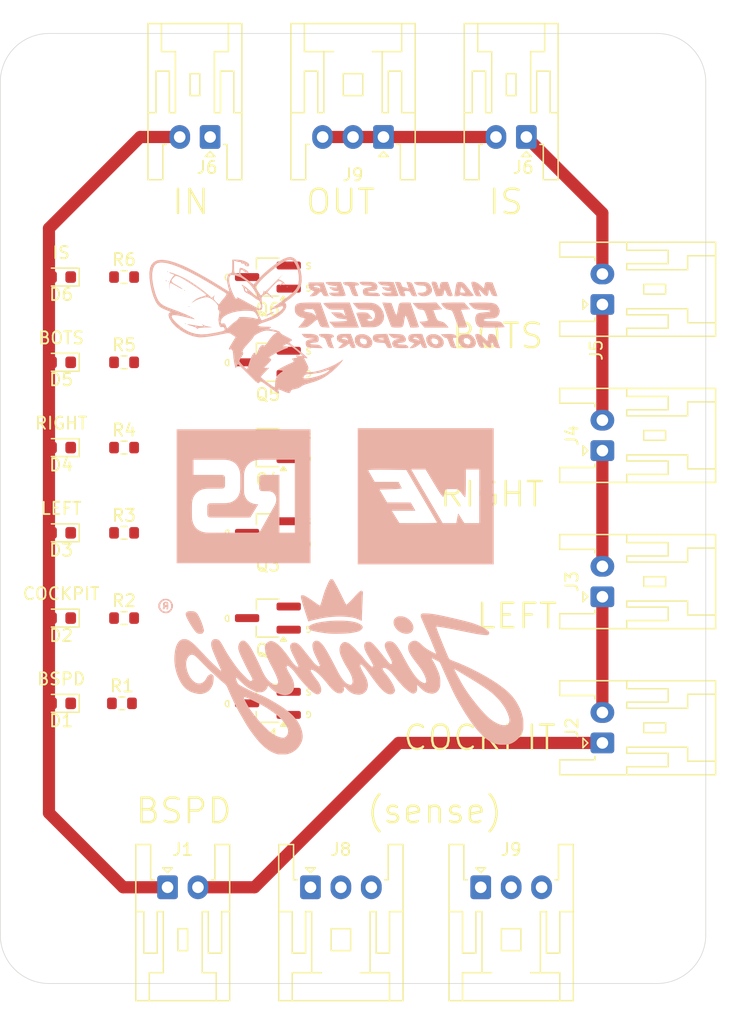
<source format=kicad_pcb>
(kicad_pcb (version 20241229) (generator "pcbnew") (generator_version "9.0")
  (layers (0 "F.Cu" signal) (2 "B.Cu" signal) (13 "F.Paste" user) (15 "B.Paste" user) (5 "F.SilkS" user "F.Silkscreen") (7 "B.SilkS" user "B.Silkscreen") (1 "F.Mask" user) (3 "B.Mask" user) (25 "Edge.Cuts" user))
  (net 0 "")
  (net 1 "LVMS")
  (net 2 "Net-(D2-K)")
  (net 3 "Net-(D3-K)")
  (net 4 "Net-(D4-K)")
  (net 5 "Net-(D5-K)")
  (net 6 "Net-(D6-K)")
  (net 7 "Net-(D7-K)")
  (net 8 "BSPD_OK")
  (net 9 "CK_OK")
  (net 10 "L_OK")
  (net 11 "R_OK")
  (net 12 "BOTS_OK")
  (net 13 "IS_OK")
  (net 14 "GND")
  (net 15 "Net-(Q2-D)")
  (net 16 "Net-(Q3-D)")
  (net 17 "Net-(Q4-D)")
  (net 18 "Net-(Q5-D)")
  (net 19 "Net-(Q6-D)")
  (net 20 "Net-(Q7-D)")
  (footprint "Resistor_SMD:R_0603_1608Metric" (layer "F.Cu") (at 197.175 90)
    (property "Reference" "R5" (at 0 -1.43 0) (layer "F.SilkS"))
    (property "Value" "1k")
    (pad "1" smd roundrect (at -0.825 0) (size 0.8 0.95) (layers "F.Cu" "F.Mask" "F.Paste") (net 6 "Net-(D6-K)"))
    (pad "2" smd roundrect (at 0.825 0) (size 0.8 0.95) (layers "F.Cu" "F.Mask" "F.Paste") (net 19 "Net-(Q6-D)"))
  )
  (footprint "LED_SMD:LED_0603_1608Metric" (layer "F.Cu") (at 192 118 180)
    (property "Reference" "D1" (at 0 -1.43 0) (layer "F.SilkS"))
    (property "Value" "LED" (hide yes))
    (pad "1" smd roundrect (at -0.7875 0 180) (size 0.875 0.95) (layers "F.Cu" "F.Mask" "F.Paste") (net 2 "Net-(D2-K)"))
    (pad "2" smd roundrect (at 0.7875 0 180) (size 0.875 0.95) (layers "F.Cu" "F.Mask" "F.Paste") (net 1 "LVMS"))
  )
  (footprint "LED_SMD:LED_0603_1608Metric" (layer "F.Cu") (at 192 97 180)
    (property "Reference" "D4" (at 0 -1.43 0) (layer "F.SilkS"))
    (property "Value" "LED" (hide yes))
    (pad "1" smd roundrect (at -0.7875 0 180) (size 0.875 0.95) (layers "F.Cu" "F.Mask" "F.Paste") (net 5 "Net-(D5-K)"))
    (pad "2" smd roundrect (at 0.7875 0 180) (size 0.875 0.95) (layers "F.Cu" "F.Mask" "F.Paste") (net 1 "LVMS"))
  )
  (footprint "Resistor_SMD:R_0603_1608Metric" (layer "F.Cu") (at 197 118)
    (property "Reference" "R1" (at 0 -1.43 0) (layer "F.SilkS"))
    (property "Value" "1k")
    (pad "1" smd roundrect (at -0.825 0) (size 0.8 0.95) (layers "F.Cu" "F.Mask" "F.Paste") (net 2 "Net-(D2-K)"))
    (pad "2" smd roundrect (at 0.825 0) (size 0.8 0.95) (layers "F.Cu" "F.Mask" "F.Paste") (net 15 "Net-(Q2-D)"))
  )
  (footprint "Connector_JST:JST_XA_S02B-XASK-1_1x02_P2.50mm_Horizontal" (layer "F.Cu") (at 204.25 71.5 180)
    (property "Reference" "J6" (at 0.25 -2.5 0) (layer "F.SilkS"))
    (property "Value" "JST-XA")
    (pad "" np_thru_hole oval (at 1.25 6.5 180) (size 2.8 2) (drill oval 2.8 2) (layers "*.Cu" "*.Mask"))
    (pad "1" thru_hole roundrect (at 0 0 180) (size 1.7 1.95) (drill 0.95) (layers "*.Cu" "*.Mask") (roundrect_rratio 0.147059) (net 14 "GND"))
    (pad "2" thru_hole oval (at 2.5 0 180) (size 1.7 1.95) (drill 0.95) (layers "*.Cu" "*.Mask") (net 1 "LVMS"))
  )
  (footprint "Connector_JST:JST_XA_S02B-XASK-1_1x02_P2.50mm_Horizontal" (layer "F.Cu") (at 236.5 85.25 90)
    (property "Reference" "J5" (at -3.75 -0.5 90) (layer "F.SilkS"))
    (property "Value" "JST-XA")
    (pad "" np_thru_hole oval (at 1.25 6.5 90) (size 2.8 2) (drill oval 2.8 2) (layers "*.Cu" "*.Mask"))
    (pad "1" thru_hole roundrect (at 0 0 90) (size 1.7 1.95) (drill 0.95) (layers "*.Cu" "*.Mask") (roundrect_rratio 0.147059) (net 11 "R_OK"))
    (pad "2" thru_hole oval (at 2.5 0 90) (size 1.7 1.95) (drill 0.95) (layers "*.Cu" "*.Mask") (net 12 "BOTS_OK"))
  )
  (footprint "Connector_JST:JST_XA_S03B-XASK-1_1x03_P2.50mm_Horizontal" (layer "F.Cu") (at 218.5 71.5 180)
    (property "Reference" "J9" (at 2.5 -3.1 0) (layer "F.SilkS"))
    (property "Value" "Conn_01x03")
    (pad "" np_thru_hole oval (at 2.5 6.5 180) (size 2.8 2) (drill oval 2.8 2) (layers "*.Cu" "*.Mask"))
    (pad "1" thru_hole roundrect (at 0 0 180) (size 1.7 1.95) (drill 0.95) (layers "*.Cu" "*.Mask") (roundrect_rratio 0.147059) (net 13 "IS_OK"))
    (pad "2" thru_hole oval (at 2.5 0 180) (size 1.7 1.95) (drill 0.95) (layers "*.Cu" "*.Mask") (net 13 "IS_OK"))
    (pad "3" thru_hole oval (at 5 0 180) (size 1.7 1.95) (drill 0.95) (layers "*.Cu" "*.Mask") (net 13 "IS_OK"))
  )
  (footprint "LED_SMD:LED_0603_1608Metric" (layer "F.Cu") (at 192 104 180)
    (property "Reference" "D3" (at 0 -1.43 0) (layer "F.SilkS"))
    (property "Value" "LED" (hide yes))
    (pad "1" smd roundrect (at -0.7875 0 180) (size 0.875 0.95) (layers "F.Cu" "F.Mask" "F.Paste") (net 4 "Net-(D4-K)"))
    (pad "2" smd roundrect (at 0.7875 0 180) (size 0.875 0.95) (layers "F.Cu" "F.Mask" "F.Paste") (net 1 "LVMS"))
  )
  (footprint "Custom_MSM:MOSFET_Single_SOT-23" (layer "F.Cu") (at 209 111 180)
    (property "Reference" "Q2" (at 0 -2.65 0) (layer "F.SilkS"))
    (property "Value" "BSS205N")
    (fp_text user "S" (at -3.35 0.95 180) (layer "F.SilkS") (effects (font (size 0.5 0.5) (thickness 0.1) (bold yes))))
    (fp_text user "G" (at -3.35 -0.9 180) (layer "F.SilkS") (effects (font (size 0.5 0.5) (thickness 0.1) (bold yes))))
    (fp_text user "D" (at 3.35 0 180) (layer "F.SilkS") (effects (font (size 0.5 0.5) (thickness 0.1) (bold yes))))
    (pad "1" smd roundrect (at -1.71 -0.95 180) (size 2 0.65) (layers "F.Cu" "F.Mask" "F.Paste") (net 9 "CK_OK"))
    (pad "2" smd roundrect (at -1.71 0.95 180) (size 2 0.65) (layers "F.Cu" "F.Mask" "F.Paste") (net 14 "GND"))
    (pad "3" smd roundrect (at 1.71 0 180) (size 2 0.65) (layers "F.Cu" "F.Mask" "F.Paste") (net 16 "Net-(Q3-D)"))
  )
  (footprint "Resistor_SMD:R_0603_1608Metric" (layer "F.Cu") (at 197.175 97)
    (property "Reference" "R4" (at 0 -1.43 0) (layer "F.SilkS"))
    (property "Value" "1k")
    (pad "1" smd roundrect (at -0.825 0) (size 0.8 0.95) (layers "F.Cu" "F.Mask" "F.Paste") (net 5 "Net-(D5-K)"))
    (pad "2" smd roundrect (at 0.825 0) (size 0.8 0.95) (layers "F.Cu" "F.Mask" "F.Paste") (net 18 "Net-(Q5-D)"))
  )
  (footprint "Connector_JST:JST_XA_S02B-XASK-1_1x02_P2.50mm_Horizontal" (layer "F.Cu") (at 236.5 97.25 90)
    (property "Reference" "J4" (at 1.25 -2.5 90) (layer "F.SilkS"))
    (property "Value" "JST-XA")
    (pad "" np_thru_hole oval (at 1.25 6.5 90) (size 2.8 2) (drill oval 2.8 2) (layers "*.Cu" "*.Mask"))
    (pad "1" thru_hole roundrect (at 0 0 90) (size 1.7 1.95) (drill 0.95) (layers "*.Cu" "*.Mask") (roundrect_rratio 0.147059) (net 10 "L_OK"))
    (pad "2" thru_hole oval (at 2.5 0 90) (size 1.7 1.95) (drill 0.95) (layers "*.Cu" "*.Mask") (net 11 "R_OK"))
  )
  (footprint "Custom_MSM:MOSFET_Single_SOT-23" (layer "F.Cu") (at 209 90 180)
    (property "Reference" "Q5" (at 0 -2.65 0) (layer "F.SilkS"))
    (property "Value" "BSS205N")
    (fp_text user "G" (at -3.35 -0.9 180) (layer "F.SilkS") (effects (font (size 0.5 0.5) (thickness 0.1) (bold yes))))
    (fp_text user "S" (at -3.35 0.95 180) (layer "F.SilkS") (effects (font (size 0.5 0.5) (thickness 0.1) (bold yes))))
    (fp_text user "D" (at 3.35 0 180) (layer "F.SilkS") (effects (font (size 0.5 0.5) (thickness 0.1) (bold yes))))
    (pad "1" smd roundrect (at -1.71 -0.95 180) (size 2 0.65) (layers "F.Cu" "F.Mask" "F.Paste") (net 12 "BOTS_OK"))
    (pad "2" smd roundrect (at -1.71 0.95 180) (size 2 0.65) (layers "F.Cu" "F.Mask" "F.Paste") (net 14 "GND"))
    (pad "3" smd roundrect (at 1.71 0 180) (size 2 0.65) (layers "F.Cu" "F.Mask" "F.Paste") (net 19 "Net-(Q6-D)"))
  )
  (footprint "Connector_JST:JST_XA_S02B-XASK-1_1x02_P2.50mm_Horizontal" (layer "F.Cu") (at 236.5 121.25 90)
    (property "Reference" "J2" (at 1.25 -2.5 90) (layer "F.SilkS"))
    (property "Value" "JST-XA")
    (pad "" np_thru_hole oval (at 1.25 6.5 90) (size 2.8 2) (drill oval 2.8 2) (layers "*.Cu" "*.Mask"))
    (pad "1" thru_hole roundrect (at 0 0 90) (size 1.7 1.95) (drill 0.95) (layers "*.Cu" "*.Mask") (roundrect_rratio 0.147059) (net 8 "BSPD_OK"))
    (pad "2" thru_hole oval (at 2.5 0 90) (size 1.7 1.95) (drill 0.95) (layers "*.Cu" "*.Mask") (net 9 "CK_OK"))
  )
  (footprint "LED_SMD:LED_0603_1608Metric" (layer "F.Cu") (at 192 83 180)
    (property "Reference" "D6" (at 0 -1.43 0) (layer "F.SilkS"))
    (property "Value" "LED" (hide yes))
    (pad "1" smd roundrect (at -0.7875 0 180) (size 0.875 0.95) (layers "F.Cu" "F.Mask" "F.Paste") (net 7 "Net-(D7-K)"))
    (pad "2" smd roundrect (at 0.7875 0 180) (size 0.875 0.95) (layers "F.Cu" "F.Mask" "F.Paste") (net 1 "LVMS"))
  )
  (footprint "Custom_MSM:MOSFET_Single_SOT-23" (layer "F.Cu") (at 209 104 180)
    (property "Reference" "Q3" (at 0 -2.65 0) (layer "F.SilkS"))
    (property "Value" "BSS205N")
    (fp_text user "S" (at -3.35 0.95 180) (layer "F.SilkS") (effects (font (size 0.5 0.5) (thickness 0.1) (bold yes))))
    (fp_text user "G" (at -3.35 -0.9 180) (layer "F.SilkS") (effects (font (size 0.5 0.5) (thickness 0.1) (bold yes))))
    (fp_text user "D" (at 3.35 0 180) (layer "F.SilkS") (effects (font (size 0.5 0.5) (thickness 0.1) (bold yes))))
    (pad "1" smd roundrect (at -1.71 -0.95 180) (size 2 0.65) (layers "F.Cu" "F.Mask" "F.Paste") (net 10 "L_OK"))
    (pad "2" smd roundrect (at -1.71 0.95 180) (size 2 0.65) (layers "F.Cu" "F.Mask" "F.Paste") (net 14 "GND"))
    (pad "3" smd roundrect (at 1.71 0 180) (size 2 0.65) (layers "F.Cu" "F.Mask" "F.Paste") (net 17 "Net-(Q4-D)"))
  )
  (footprint "Custom_MSM:MOSFET_Single_SOT-23" (layer "F.Cu") (at 209 97 180)
    (property "Reference" "Q4" (at 0 -2.65 0) (layer "F.SilkS"))
    (property "Value" "BSS205N")
    (fp_text user "G" (at -3.35 -0.9 180) (layer "F.SilkS") (effects (font (size 0.5 0.5) (thickness 0.1) (bold yes))))
    (fp_text user "S" (at -3.35 0.95 180) (layer "F.SilkS") (effects (font (size 0.5 0.5) (thickness 0.1) (bold yes))))
    (fp_text user "D" (at 3.35 0 180) (layer "F.SilkS") (effects (font (size 0.5 0.5) (thickness 0.1) (bold yes))))
    (pad "1" smd roundrect (at -1.71 -0.95 180) (size 2 0.65) (layers "F.Cu" "F.Mask" "F.Paste") (net 11 "R_OK"))
    (pad "2" smd roundrect (at -1.71 0.95 180) (size 2 0.65) (layers "F.Cu" "F.Mask" "F.Paste") (net 14 "GND"))
    (pad "3" smd roundrect (at 1.71 0 180) (size 2 0.65) (layers "F.Cu" "F.Mask" "F.Paste") (net 18 "Net-(Q5-D)"))
  )
  (footprint "LED_SMD:LED_0603_1608Metric" (layer "F.Cu") (at 192 111 180)
    (property "Reference" "D2" (at 0 -1.43 0) (layer "F.SilkS"))
    (property "Value" "LED" (hide yes))
    (pad "1" smd roundrect (at -0.7875 0 180) (size 0.875 0.95) (layers "F.Cu" "F.Mask" "F.Paste") (net 3 "Net-(D3-K)"))
    (pad "2" smd roundrect (at 0.7875 0 180) (size 0.875 0.95) (layers "F.Cu" "F.Mask" "F.Paste") (net 1 "LVMS"))
  )
  (footprint "Connector_JST:JST_XA_S03B-XASK-1_1x03_P2.50mm_Horizontal" (layer "F.Cu") (at 226.5 133.1)
    (property "Reference" "J9" (at 2.5 -3.1 0) (layer "F.SilkS"))
    (property "Value" "Conn_01x03")
    (pad "" np_thru_hole oval (at 2.5 6.5) (size 2.8 2) (drill oval 2.8 2) (layers "*.Cu" "*.Mask"))
    (pad "1" thru_hole roundrect (at 0 0) (size 1.7 1.95) (drill 0.95) (layers "*.Cu" "*.Mask") (roundrect_rratio 0.147059) (net 11 "R_OK"))
    (pad "2" thru_hole oval (at 2.5 0) (size 1.7 1.95) (drill 0.95) (layers "*.Cu" "*.Mask") (net 12 "BOTS_OK"))
    (pad "3" thru_hole oval (at 5 0) (size 1.7 1.95) (drill 0.95) (layers "*.Cu" "*.Mask") (net 13 "IS_OK"))
  )
  (footprint "Connector_JST:JST_XA_S02B-XASK-1_1x02_P2.50mm_Horizontal" (layer "F.Cu") (at 200.75 133.1)
    (property "Reference" "J1" (at 1.25 -3.1 0) (layer "F.SilkS"))
    (property "Value" "JST-XA")
    (pad "" np_thru_hole oval (at 1.25 6.5) (size 2.8 2) (drill oval 2.8 2) (layers "*.Cu" "*.Mask"))
    (pad "1" thru_hole roundrect (at 0 0) (size 1.7 1.95) (drill 0.95) (layers "*.Cu" "*.Mask") (roundrect_rratio 0.147059) (net 1 "LVMS"))
    (pad "2" thru_hole oval (at 2.5 0) (size 1.7 1.95) (drill 0.95) (layers "*.Cu" "*.Mask") (net 8 "BSPD_OK"))
  )
  (footprint "Resistor_SMD:R_0603_1608Metric" (layer "F.Cu") (at 197.175 104)
    (property "Reference" "R3" (at 0 -1.43 0) (layer "F.SilkS"))
    (property "Value" "1k")
    (pad "1" smd roundrect (at -0.825 0) (size 0.8 0.95) (layers "F.Cu" "F.Mask" "F.Paste") (net 4 "Net-(D4-K)"))
    (pad "2" smd roundrect (at 0.825 0) (size 0.8 0.95) (layers "F.Cu" "F.Mask" "F.Paste") (net 17 "Net-(Q4-D)"))
  )
  (footprint "LED_SMD:LED_0603_1608Metric" (layer "F.Cu") (at 192 90 180)
    (property "Reference" "D5" (at 0 -1.43 0) (layer "F.SilkS"))
    (property "Value" "LED" (hide yes))
    (pad "1" smd roundrect (at -0.7875 0 180) (size 0.875 0.95) (layers "F.Cu" "F.Mask" "F.Paste") (net 6 "Net-(D6-K)"))
    (pad "2" smd roundrect (at 0.7875 0 180) (size 0.875 0.95) (layers "F.Cu" "F.Mask" "F.Paste") (net 1 "LVMS"))
  )
  (footprint "Resistor_SMD:R_0603_1608Metric" (layer "F.Cu") (at 197.175 83)
    (property "Reference" "R6" (at 0 -1.43 0) (layer "F.SilkS"))
    (property "Value" "1k")
    (pad "1" smd roundrect (at -0.825 0) (size 0.8 0.95) (layers "F.Cu" "F.Mask" "F.Paste") (net 7 "Net-(D7-K)"))
    (pad "2" smd roundrect (at 0.825 0) (size 0.8 0.95) (layers "F.Cu" "F.Mask" "F.Paste") (net 20 "Net-(Q7-D)"))
  )
  (footprint "Connector_JST:JST_XA_S03B-XASK-1_1x03_P2.50mm_Horizontal" (layer "F.Cu") (at 212.5 133.1)
    (property "Reference" "J8" (at 2.5 -3.1 0) (layer "F.SilkS"))
    (property "Value" "Conn_01x03")
    (pad "" np_thru_hole oval (at 2.5 6.5) (size 2.8 2) (drill oval 2.8 2) (layers "*.Cu" "*.Mask"))
    (pad "1" thru_hole roundrect (at 0 0) (size 1.7 1.95) (drill 0.95) (layers "*.Cu" "*.Mask") (roundrect_rratio 0.147059) (net 8 "BSPD_OK"))
    (pad "2" thru_hole oval (at 2.5 0) (size 1.7 1.95) (drill 0.95) (layers "*.Cu" "*.Mask") (net 9 "CK_OK"))
    (pad "3" thru_hole oval (at 5 0) (size 1.7 1.95) (drill 0.95) (layers "*.Cu" "*.Mask") (net 10 "L_OK"))
  )
  (footprint "Resistor_SMD:R_0603_1608Metric" (layer "F.Cu") (at 197.175 111)
    (property "Reference" "R2" (at 0 -1.43 0) (layer "F.SilkS"))
    (property "Value" "1k")
    (pad "1" smd roundrect (at -0.825 0) (size 0.8 0.95) (layers "F.Cu" "F.Mask" "F.Paste") (net 3 "Net-(D3-K)"))
    (pad "2" smd roundrect (at 0.825 0) (size 0.8 0.95) (layers "F.Cu" "F.Mask" "F.Paste") (net 16 "Net-(Q3-D)"))
  )
  (footprint "Custom_MSM:Board_Small_Outer-Mounting" (layer "F.Cu") (at 216 102 90)
    (property "Reference" "REF**" (hide yes))
    (property "Value" "Board_Small_Outer-Mounting" (hide yes))
    (fp_line (start -35 -29) (end 35 -29) (stroke (width 0.05)) (layer "Edge.Cuts"))
    (fp_line (start 39 -25) (end 39 25) (stroke (width 0.05)) (layer "Edge.Cuts"))
    (fp_line (start -39 25) (end -39 -25) (stroke (width 0.05)) (layer "Edge.Cuts"))
    (fp_line (start 35 29) (end -35 29) (stroke (width 0.05)) (layer "Edge.Cuts"))
    (fp_arc (start 35 -29) (mid 37.828427 -27.828427) (end 39 -25) (stroke (width 0.05)) (layer "Edge.Cuts"))
    (fp_arc (start -39 -25) (mid -37.828427 -27.828427) (end -35 -29) (stroke (width 0.05)) (layer "Edge.Cuts"))
    (fp_arc (start 39 25) (mid 37.828427 27.828427) (end 35 29) (stroke (width 0.05)) (layer "Edge.Cuts"))
    (fp_arc (start -35 29) (mid -37.828427 27.828427) (end -39 25) (stroke (width 0.05)) (layer "Edge.Cuts"))
    (pad "" np_thru_hole circle (at -35 25 90) (size 3.2 3.2) (drill 3.2) (layers "*.Cu" "*.Mask"))
    (pad "" np_thru_hole circle (at -34.95 -25 90) (size 3.2 3.2) (drill 3.2) (layers "*.Cu" "*.Mask"))
    (pad "" np_thru_hole circle (at 35 -25 90) (size 3.2 3.2) (drill 3.2) (layers "*.Cu" "*.Mask"))
    (pad "" np_thru_hole circle (at 35 25 90) (size 3.2 3.2) (drill 3.2) (layers "*.Cu" "*.Mask"))
  )
  (footprint "Custom_MSM:MOSFET_Single_SOT-23" (layer "F.Cu") (at 209 83 180)
    (property "Reference" "Q6" (at 0 -2.65 0) (layer "F.SilkS"))
    (property "Value" "BSS205N")
    (fp_text user "G" (at -3.35 -0.9 180) (layer "F.SilkS") (effects (font (size 0.5 0.5) (thickness 0.1) (bold yes))))
    (fp_text user "S" (at -3.35 0.95 180) (layer "F.SilkS") (effects (font (size 0.5 0.5) (thickness 0.1) (bold yes))))
    (fp_text user "D" (at 3.35 0 180) (layer "F.SilkS") (effects (font (size 0.5 0.5) (thickness 0.1) (bold yes))))
    (pad "1" smd roundrect (at -1.71 -0.95 180) (size 2 0.65) (layers "F.Cu" "F.Mask" "F.Paste") (net 13 "IS_OK"))
    (pad "2" smd roundrect (at -1.71 0.95 180) (size 2 0.65) (layers "F.Cu" "F.Mask" "F.Paste") (net 14 "GND"))
    (pad "3" smd roundrect (at 1.71 0 180) (size 2 0.65) (layers "F.Cu" "F.Mask" "F.Paste") (net 20 "Net-(Q7-D)"))
  )
  (footprint "Custom_MSM:MOSFET_Single_SOT-23" (layer "F.Cu") (at 209 118 180)
    (property "Reference" "Q1" (at 0 -2.65 0) (layer "F.SilkS"))
    (property "Value" "BSS205N")
    (fp_text user "D" (at 3.35 0 180) (layer "F.SilkS") (effects (font (size 0.5 0.5) (thickness 0.1) (bold yes))))
    (fp_text user "G" (at -3.35 -0.9 180) (layer "F.SilkS") (effects (font (size 0.5 0.5) (thickness 0.1) (bold yes))))
    (fp_text user "S" (at -3.35 0.95 180) (layer "F.SilkS") (effects (font (size 0.5 0.5) (thickness 0.1) (bold yes))))
    (pad "1" smd roundrect (at -1.71 -0.95 180) (size 2 0.65) (layers "F.Cu" "F.Mask" "F.Paste") (net 8 "BSPD_OK"))
    (pad "2" smd roundrect (at -1.71 0.95 180) (size 2 0.65) (layers "F.Cu" "F.Mask" "F.Paste") (net 14 "GND"))
    (pad "3" smd roundrect (at 1.71 0 180) (size 2 0.65) (layers "F.Cu" "F.Mask" "F.Paste") (net 15 "Net-(Q2-D)"))
  )
  (footprint "Connector_JST:JST_XA_S02B-XASK-1_1x02_P2.50mm_Horizontal" (layer "F.Cu") (at 236.5 109.25 90)
    (property "Reference" "J3" (at 1.25 -2.5 90) (layer "F.SilkS"))
    (property "Value" "JST-XA")
    (pad "" np_thru_hole oval (at 1.25 6.5 90) (size 2.8 2) (drill oval 2.8 2) (layers "*.Cu" "*.Mask"))
    (pad "1" thru_hole roundrect (at 0 0 90) (size 1.7 1.95) (drill 0.95) (layers "*.Cu" "*.Mask") (roundrect_rratio 0.147059) (net 9 "CK_OK"))
    (pad "2" thru_hole oval (at 2.5 0 90) (size 1.7 1.95) (drill 0.95) (layers "*.Cu" "*.Mask") (net 10 "L_OK"))
  )
  (footprint "Connector_JST:JST_XA_S02B-XASK-1_1x02_P2.50mm_Horizontal" (layer "F.Cu") (at 230.25 71.5 180)
    (property "Reference" "J6" (at 0.25 -2.5 0) (layer "F.SilkS"))
    (property "Value" "JST-XA")
    (pad "" np_thru_hole oval (at 1.25 6.5 180) (size 2.8 2) (drill oval 2.8 2) (layers "*.Cu" "*.Mask"))
    (pad "1" thru_hole roundrect (at 0 0 180) (size 1.7 1.95) (drill 0.95) (layers "*.Cu" "*.Mask") (roundrect_rratio 0.147059) (net 12 "BOTS_OK"))
    (pad "2" thru_hole oval (at 2.5 0 180) (size 1.7 1.95) (drill 0.95) (layers "*.Cu" "*.Mask") (net 13 "IS_OK"))
  )
  (footprint "Custom_MSM:Decoarative_Jimmys" (layer "B.Cu") (at 215 115 180)
    (property "Reference" "G***" (hide yes))
    (property "Value" "LOGO" (hide yes))
  )
  (footprint "LOGO" (layer "B.Cu") (at 214 87 180)
    (property "Reference" "G***" (hide yes))
    (property "Value" "LOGO" (hide yes))
  )
  (footprint "LOGO" (layer "B.Cu") (at 213 101 180)
    (property "Reference" "G***" (hide yes))
    (property "Value" "LOGO" (hide yes))
  )
  (footprint "LOGO" (layer "B.Cu") (at 207 101 180)
    (property "Reference" "G***" (hide yes))
    (property "Value" "LOGO" (hide yes))
  )
  (gr_text "(sense)" (at 217 128 0) (layer "F.SilkS") (effects (font (size 2 2) (thickness 0.2)) (justify left bottom)))
  (gr_text "RIGHT\n" (at 192 95 0) (layer "F.SilkS") (effects (font (size 1 1))))
  (gr_text "RIGHT" (at 223 102 0) (layer "F.SilkS") (effects (font (size 2 2) (thickness 0.2)) (justify left bottom)))
  (gr_text "LEFT" (at 192 102 0) (layer "F.SilkS") (effects (font (size 1 1))))
  (gr_text "BOTS" (at 192 88 0) (layer "F.SilkS") (effects (font (size 1 1))))
  (gr_text "IN" (at 201 78 0) (layer "F.SilkS") (effects (font (size 2 2) (thickness 0.2)) (justify left bottom)))
  (gr_text "BOTS" (at 224 89 0) (layer "F.SilkS") (effects (font (size 2 2) (thickness 0.2)) (justify left bottom)))
  (gr_text "LEFT" (at 226 112 0) (layer "F.SilkS") (effects (font (size 2 2) (thickness 0.2)) (justify left bottom)))
  (gr_text "COCKPIT" (at 220 122 0) (layer "F.SilkS") (effects (font (size 2 2) (thickness 0.2)) (justify left bottom)))
  (gr_text "BSPD" (at 192 116 0) (layer "F.SilkS") (effects (font (size 1 1))))
  (gr_text "IS" (at 227 78 0) (layer "F.SilkS") (effects (font (size 2 2) (thickness 0.2)) (justify left bottom)))
  (gr_text "IS" (at 192 81 0) (layer "F.SilkS") (effects (font (size 1 1))))
  (gr_text "COCKPIT" (at 192 109 0) (layer "F.SilkS") (effects (font (size 1 1))))
  (gr_text "BSPD" (at 198 128 0) (layer "F.SilkS") (effects (font (size 2 2) (thickness 0.2)) (justify left bottom)))
  (gr_text "OUT" (at 212 78 0) (layer "F.SilkS") (effects (font (size 2 2) (thickness 0.2)) (justify left bottom)))
  (segment (start 191 79) (end 198.5 71.5) (width 1) (layer "F.Cu") (net 1))
  (segment (start 198.5 71.5) (end 201.75 71.5) (width 1) (layer "F.Cu") (net 1))
  (segment (start 197.1 133.1) (end 191 127) (width 1) (layer "F.Cu") (net 1))
  (segment (start 200.75 133.1) (end 197.1 133.1) (width 1) (layer "F.Cu") (net 1))
  (segment (start 191 127) (end 191 79) (width 1) (layer "F.Cu") (net 1))
  (segment (start 219.75 121.25) (end 236.5 121.25) (width 1) (layer "F.Cu") (net 8))
  (segment (start 207.9 133.1) (end 219.75 121.25) (width 1) (layer "F.Cu") (net 8))
  (segment (start 203.25 133.1) (end 207.9 133.1) (width 1) (layer "F.Cu") (net 8))
  (segment (start 236.5 118.75) (end 236.5 109.25) (width 1) (layer "F.Cu") (net 9))
  (segment (start 236.5 106.75) (end 236.5 97.25) (width 1) (layer "F.Cu") (net 10))
  (segment (start 236.5 94.75) (end 236.5 85.25) (width 1) (layer "F.Cu") (net 11))
  (segment (start 236.5 77.75) (end 230.25 71.5) (width 1) (layer "F.Cu") (net 12))
  (segment (start 236.5 82.75) (end 236.5 77.75) (width 1) (layer "F.Cu") (net 12))
  (segment (start 227.75 71.5) (end 213.5 71.5) (width 1) (layer "F.Cu") (net 13))
)
</source>
